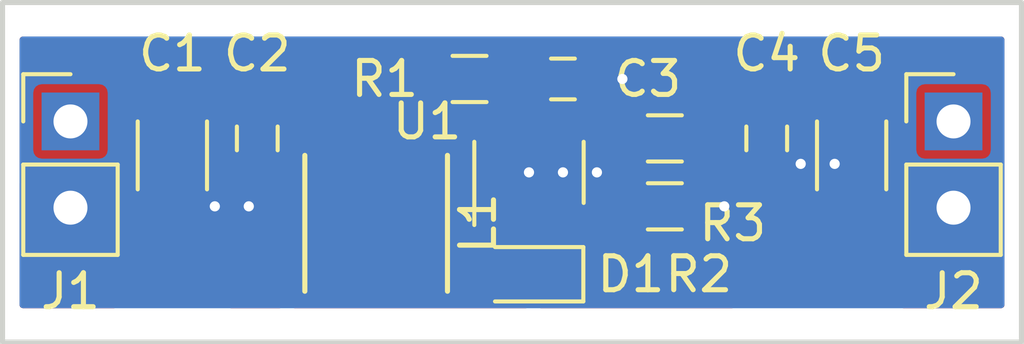
<source format=kicad_pcb>
(kicad_pcb (version 4) (host pcbnew 4.0.6+dfsg1-1)

  (general
    (links 23)
    (no_connects 0)
    (area 131.676667 100.879047 167.323334 121.115)
    (thickness 1.6)
    (drawings 7)
    (tracks 38)
    (zones 0)
    (modules 13)
    (nets 8)
  )

  (page A4)
  (layers
    (0 F.Cu signal)
    (31 B.Cu signal hide)
    (32 B.Adhes user)
    (33 F.Adhes user)
    (34 B.Paste user)
    (35 F.Paste user)
    (36 B.SilkS user)
    (37 F.SilkS user)
    (38 B.Mask user)
    (39 F.Mask user)
    (40 Dwgs.User user)
    (41 Cmts.User user)
    (42 Eco1.User user)
    (43 Eco2.User user)
    (44 Edge.Cuts user)
    (45 Margin user)
    (46 B.CrtYd user)
    (47 F.CrtYd user)
    (48 B.Fab user hide)
    (49 F.Fab user hide)
  )

  (setup
    (last_trace_width 0.5)
    (user_trace_width 0.5)
    (trace_clearance 0.24)
    (zone_clearance 0.2)
    (zone_45_only no)
    (trace_min 0.2)
    (segment_width 0.2)
    (edge_width 0.15)
    (via_size 0.6)
    (via_drill 0.4)
    (via_min_size 0.2)
    (via_min_drill 0.2)
    (user_via 0.5 0.3)
    (uvia_size 0.3)
    (uvia_drill 0.1)
    (uvias_allowed no)
    (uvia_min_size 0.2)
    (uvia_min_drill 0.1)
    (pcb_text_width 0.3)
    (pcb_text_size 1.5 1.5)
    (mod_edge_width 0.15)
    (mod_text_size 1 1)
    (mod_text_width 0.15)
    (pad_size 1.524 1.524)
    (pad_drill 0.762)
    (pad_to_mask_clearance 0.2)
    (aux_axis_origin 0 0)
    (grid_origin 134.75 115.5)
    (visible_elements FFFCFF7F)
    (pcbplotparams
      (layerselection 0x010fc_80000001)
      (usegerberextensions true)
      (excludeedgelayer true)
      (linewidth 0.100000)
      (plotframeref false)
      (viasonmask false)
      (mode 1)
      (useauxorigin false)
      (hpglpennumber 1)
      (hpglpenspeed 20)
      (hpglpendiameter 15)
      (hpglpenoverlay 2)
      (psnegative false)
      (psa4output false)
      (plotreference true)
      (plotvalue true)
      (plotinvisibletext false)
      (padsonsilk false)
      (subtractmaskfromsilk false)
      (outputformat 1)
      (mirror false)
      (drillshape 0)
      (scaleselection 1)
      (outputdirectory out/))
  )

  (net 0 "")
  (net 1 GND)
  (net 2 "Net-(C3-Pad2)")
  (net 3 VCC)
  (net 4 "Net-(R1-Pad1)")
  (net 5 "Net-(R2-Pad1)")
  (net 6 /VIN)
  (net 7 /LX)

  (net_class Default "This is the default net class."
    (clearance 0.24)
    (trace_width 0.24)
    (via_dia 0.6)
    (via_drill 0.4)
    (uvia_dia 0.3)
    (uvia_drill 0.1)
    (add_net /LX)
    (add_net /VIN)
    (add_net GND)
    (add_net "Net-(C3-Pad2)")
    (add_net "Net-(R1-Pad1)")
    (add_net "Net-(R2-Pad1)")
    (add_net VCC)
  )

  (module Inductors:Inductor_Taiyo-Yuden_NR-40xx (layer F.Cu) (tedit 59AD5F72) (tstamp 59AD58A4)
    (at 145.75 112 270)
    (descr "Inductor, Taiyo Yuden, NR series, Taiyo-Yuden_NR-40xx, 4.0mmx4.0mm")
    (tags "inductor taiyo-yuden nr smd")
    (path /59AD525D)
    (attr smd)
    (fp_text reference L1 (at 0 -3 270) (layer F.SilkS)
      (effects (font (size 1 1) (thickness 0.15)))
    )
    (fp_text value 10u (at 5.5 2.5 270) (layer F.Fab)
      (effects (font (size 1 1) (thickness 0.15)))
    )
    (fp_line (start -2 0) (end -2 -1.25) (layer F.Fab) (width 0.15))
    (fp_line (start -2 -1.25) (end -1.25 -2) (layer F.Fab) (width 0.15))
    (fp_line (start -1.25 -2) (end 0 -2) (layer F.Fab) (width 0.15))
    (fp_line (start 2 0) (end 2 -1.25) (layer F.Fab) (width 0.15))
    (fp_line (start 2 -1.25) (end 1.25 -2) (layer F.Fab) (width 0.15))
    (fp_line (start 1.25 -2) (end 0 -2) (layer F.Fab) (width 0.15))
    (fp_line (start 2 0) (end 2 1.25) (layer F.Fab) (width 0.15))
    (fp_line (start 2 1.25) (end 1.25 2) (layer F.Fab) (width 0.15))
    (fp_line (start 1.25 2) (end 0 2) (layer F.Fab) (width 0.15))
    (fp_line (start -2 0) (end -2 1.25) (layer F.Fab) (width 0.15))
    (fp_line (start -2 1.25) (end -1.25 2) (layer F.Fab) (width 0.15))
    (fp_line (start -1.25 2) (end 0 2) (layer F.Fab) (width 0.15))
    (fp_line (start -2 -2.1) (end 2 -2.1) (layer F.SilkS) (width 0.15))
    (fp_line (start -2 2.1) (end 2 2.1) (layer F.SilkS) (width 0.15))
    (fp_line (start -2.25 -2.25) (end -2.25 2.25) (layer F.CrtYd) (width 0.05))
    (fp_line (start -2.25 2.25) (end 2.25 2.25) (layer F.CrtYd) (width 0.05))
    (fp_line (start 2.25 2.25) (end 2.25 -2.25) (layer F.CrtYd) (width 0.05))
    (fp_line (start 2.25 -2.25) (end -2.25 -2.25) (layer F.CrtYd) (width 0.05))
    (pad 1 smd rect (at -1.4 0 270) (size 1.2 3.9) (layers F.Cu F.Paste F.Mask)
      (net 6 /VIN))
    (pad 2 smd rect (at 1.4 0 270) (size 1.2 3.9) (layers F.Cu F.Paste F.Mask)
      (net 7 /LX))
    (model Inductors.3dshapes/Inductor_Taiyo-Yuden_NR-40xx.wrl
      (at (xyz 0 0 0))
      (scale (xyz 1 1 1))
      (rotate (xyz 0 0 0))
    )
  )

  (module Capacitors_SMD:C_1206 (layer F.Cu) (tedit 59AD5F7C) (tstamp 59AD5874)
    (at 139.75 110 270)
    (descr "Capacitor SMD 1206, reflow soldering, AVX (see smccp.pdf)")
    (tags "capacitor 1206")
    (path /59AD4E76)
    (attr smd)
    (fp_text reference C1 (at -3 0 360) (layer F.SilkS)
      (effects (font (size 1 1) (thickness 0.15)))
    )
    (fp_text value 22u (at -7 0 450) (layer F.Fab)
      (effects (font (size 1 1) (thickness 0.15)))
    )
    (fp_text user %R (at -3 0 360) (layer F.Fab)
      (effects (font (size 1 1) (thickness 0.15)))
    )
    (fp_line (start -1.6 0.8) (end -1.6 -0.8) (layer F.Fab) (width 0.1))
    (fp_line (start 1.6 0.8) (end -1.6 0.8) (layer F.Fab) (width 0.1))
    (fp_line (start 1.6 -0.8) (end 1.6 0.8) (layer F.Fab) (width 0.1))
    (fp_line (start -1.6 -0.8) (end 1.6 -0.8) (layer F.Fab) (width 0.1))
    (fp_line (start 1 -1.02) (end -1 -1.02) (layer F.SilkS) (width 0.12))
    (fp_line (start -1 1.02) (end 1 1.02) (layer F.SilkS) (width 0.12))
    (fp_line (start -2.25 -1.05) (end 2.25 -1.05) (layer F.CrtYd) (width 0.05))
    (fp_line (start -2.25 -1.05) (end -2.25 1.05) (layer F.CrtYd) (width 0.05))
    (fp_line (start 2.25 1.05) (end 2.25 -1.05) (layer F.CrtYd) (width 0.05))
    (fp_line (start 2.25 1.05) (end -2.25 1.05) (layer F.CrtYd) (width 0.05))
    (pad 1 smd rect (at -1.5 0 270) (size 1 1.6) (layers F.Cu F.Paste F.Mask)
      (net 6 /VIN))
    (pad 2 smd rect (at 1.5 0 270) (size 1 1.6) (layers F.Cu F.Paste F.Mask)
      (net 1 GND))
    (model Capacitors_SMD.3dshapes/C_1206.wrl
      (at (xyz 0 0 0))
      (scale (xyz 1 1 1))
      (rotate (xyz 0 0 0))
    )
  )

  (module Capacitors_SMD:C_0603 (layer F.Cu) (tedit 59AD5F7E) (tstamp 59AD587A)
    (at 142.25 109.5 270)
    (descr "Capacitor SMD 0603, reflow soldering, AVX (see smccp.pdf)")
    (tags "capacitor 0603")
    (path /59AD4E12)
    (attr smd)
    (fp_text reference C2 (at -2.5 0 540) (layer F.SilkS)
      (effects (font (size 1 1) (thickness 0.15)))
    )
    (fp_text value 100n (at -6.5 0 270) (layer F.Fab)
      (effects (font (size 1 1) (thickness 0.15)))
    )
    (fp_text user %R (at -2.5 0 360) (layer F.Fab)
      (effects (font (size 1 1) (thickness 0.15)))
    )
    (fp_line (start -0.8 0.4) (end -0.8 -0.4) (layer F.Fab) (width 0.1))
    (fp_line (start 0.8 0.4) (end -0.8 0.4) (layer F.Fab) (width 0.1))
    (fp_line (start 0.8 -0.4) (end 0.8 0.4) (layer F.Fab) (width 0.1))
    (fp_line (start -0.8 -0.4) (end 0.8 -0.4) (layer F.Fab) (width 0.1))
    (fp_line (start -0.35 -0.6) (end 0.35 -0.6) (layer F.SilkS) (width 0.12))
    (fp_line (start 0.35 0.6) (end -0.35 0.6) (layer F.SilkS) (width 0.12))
    (fp_line (start -1.4 -0.65) (end 1.4 -0.65) (layer F.CrtYd) (width 0.05))
    (fp_line (start -1.4 -0.65) (end -1.4 0.65) (layer F.CrtYd) (width 0.05))
    (fp_line (start 1.4 0.65) (end 1.4 -0.65) (layer F.CrtYd) (width 0.05))
    (fp_line (start 1.4 0.65) (end -1.4 0.65) (layer F.CrtYd) (width 0.05))
    (pad 1 smd rect (at -0.75 0 270) (size 0.8 0.75) (layers F.Cu F.Paste F.Mask)
      (net 6 /VIN))
    (pad 2 smd rect (at 0.75 0 270) (size 0.8 0.75) (layers F.Cu F.Paste F.Mask)
      (net 1 GND))
    (model Capacitors_SMD.3dshapes/C_0603.wrl
      (at (xyz 0 0 0))
      (scale (xyz 1 1 1))
      (rotate (xyz 0 0 0))
    )
  )

  (module Capacitors_SMD:C_0603 (layer F.Cu) (tedit 59AD705E) (tstamp 59AD5880)
    (at 151.25 107.75 180)
    (descr "Capacitor SMD 0603, reflow soldering, AVX (see smccp.pdf)")
    (tags "capacitor 0603")
    (path /59AD4DD7)
    (attr smd)
    (fp_text reference C3 (at -2.5 0 180) (layer F.SilkS)
      (effects (font (size 1 1) (thickness 0.15)))
    )
    (fp_text value 33n (at -0.5 -2.5 180) (layer F.Fab)
      (effects (font (size 1 1) (thickness 0.15)))
    )
    (fp_text user %R (at -2.75 0.75 180) (layer F.Fab)
      (effects (font (size 1 1) (thickness 0.15)))
    )
    (fp_line (start -0.8 0.4) (end -0.8 -0.4) (layer F.Fab) (width 0.1))
    (fp_line (start 0.8 0.4) (end -0.8 0.4) (layer F.Fab) (width 0.1))
    (fp_line (start 0.8 -0.4) (end 0.8 0.4) (layer F.Fab) (width 0.1))
    (fp_line (start -0.8 -0.4) (end 0.8 -0.4) (layer F.Fab) (width 0.1))
    (fp_line (start -0.35 -0.6) (end 0.35 -0.6) (layer F.SilkS) (width 0.12))
    (fp_line (start 0.35 0.6) (end -0.35 0.6) (layer F.SilkS) (width 0.12))
    (fp_line (start -1.4 -0.65) (end 1.4 -0.65) (layer F.CrtYd) (width 0.05))
    (fp_line (start -1.4 -0.65) (end -1.4 0.65) (layer F.CrtYd) (width 0.05))
    (fp_line (start 1.4 0.65) (end 1.4 -0.65) (layer F.CrtYd) (width 0.05))
    (fp_line (start 1.4 0.65) (end -1.4 0.65) (layer F.CrtYd) (width 0.05))
    (pad 1 smd rect (at -0.75 0 180) (size 0.8 0.75) (layers F.Cu F.Paste F.Mask)
      (net 1 GND))
    (pad 2 smd rect (at 0.75 0 180) (size 0.8 0.75) (layers F.Cu F.Paste F.Mask)
      (net 2 "Net-(C3-Pad2)"))
    (model Capacitors_SMD.3dshapes/C_0603.wrl
      (at (xyz 0 0 0))
      (scale (xyz 1 1 1))
      (rotate (xyz 0 0 0))
    )
  )

  (module Capacitors_SMD:C_0603 (layer F.Cu) (tedit 59AD5F9E) (tstamp 59AD5886)
    (at 157.25 109.5 270)
    (descr "Capacitor SMD 0603, reflow soldering, AVX (see smccp.pdf)")
    (tags "capacitor 0603")
    (path /59AD4CA1)
    (attr smd)
    (fp_text reference C4 (at -2.5 0 360) (layer F.SilkS)
      (effects (font (size 1 1) (thickness 0.15)))
    )
    (fp_text value 100n (at -6 -2 270) (layer F.Fab)
      (effects (font (size 1 1) (thickness 0.15)))
    )
    (fp_text user %R (at -2.5 0 360) (layer F.Fab)
      (effects (font (size 1 1) (thickness 0.15)))
    )
    (fp_line (start -0.8 0.4) (end -0.8 -0.4) (layer F.Fab) (width 0.1))
    (fp_line (start 0.8 0.4) (end -0.8 0.4) (layer F.Fab) (width 0.1))
    (fp_line (start 0.8 -0.4) (end 0.8 0.4) (layer F.Fab) (width 0.1))
    (fp_line (start -0.8 -0.4) (end 0.8 -0.4) (layer F.Fab) (width 0.1))
    (fp_line (start -0.35 -0.6) (end 0.35 -0.6) (layer F.SilkS) (width 0.12))
    (fp_line (start 0.35 0.6) (end -0.35 0.6) (layer F.SilkS) (width 0.12))
    (fp_line (start -1.4 -0.65) (end 1.4 -0.65) (layer F.CrtYd) (width 0.05))
    (fp_line (start -1.4 -0.65) (end -1.4 0.65) (layer F.CrtYd) (width 0.05))
    (fp_line (start 1.4 0.65) (end 1.4 -0.65) (layer F.CrtYd) (width 0.05))
    (fp_line (start 1.4 0.65) (end -1.4 0.65) (layer F.CrtYd) (width 0.05))
    (pad 1 smd rect (at -0.75 0 270) (size 0.8 0.75) (layers F.Cu F.Paste F.Mask)
      (net 3 VCC))
    (pad 2 smd rect (at 0.75 0 270) (size 0.8 0.75) (layers F.Cu F.Paste F.Mask)
      (net 1 GND))
    (model Capacitors_SMD.3dshapes/C_0603.wrl
      (at (xyz 0 0 0))
      (scale (xyz 1 1 1))
      (rotate (xyz 0 0 0))
    )
  )

  (module Capacitors_SMD:C_1206 (layer F.Cu) (tedit 59AD5F96) (tstamp 59AD588C)
    (at 159.75 110 270)
    (descr "Capacitor SMD 1206, reflow soldering, AVX (see smccp.pdf)")
    (tags "capacitor 1206")
    (path /59AD4D96)
    (attr smd)
    (fp_text reference C5 (at -3 0 360) (layer F.SilkS)
      (effects (font (size 1 1) (thickness 0.15)))
    )
    (fp_text value 22u (at -5.5 -1 270) (layer F.Fab)
      (effects (font (size 1 1) (thickness 0.15)))
    )
    (fp_text user %R (at -3 0 360) (layer F.Fab)
      (effects (font (size 1 1) (thickness 0.15)))
    )
    (fp_line (start -1.6 0.8) (end -1.6 -0.8) (layer F.Fab) (width 0.1))
    (fp_line (start 1.6 0.8) (end -1.6 0.8) (layer F.Fab) (width 0.1))
    (fp_line (start 1.6 -0.8) (end 1.6 0.8) (layer F.Fab) (width 0.1))
    (fp_line (start -1.6 -0.8) (end 1.6 -0.8) (layer F.Fab) (width 0.1))
    (fp_line (start 1 -1.02) (end -1 -1.02) (layer F.SilkS) (width 0.12))
    (fp_line (start -1 1.02) (end 1 1.02) (layer F.SilkS) (width 0.12))
    (fp_line (start -2.25 -1.05) (end 2.25 -1.05) (layer F.CrtYd) (width 0.05))
    (fp_line (start -2.25 -1.05) (end -2.25 1.05) (layer F.CrtYd) (width 0.05))
    (fp_line (start 2.25 1.05) (end 2.25 -1.05) (layer F.CrtYd) (width 0.05))
    (fp_line (start 2.25 1.05) (end -2.25 1.05) (layer F.CrtYd) (width 0.05))
    (pad 1 smd rect (at -1.5 0 270) (size 1 1.6) (layers F.Cu F.Paste F.Mask)
      (net 3 VCC))
    (pad 2 smd rect (at 1.5 0 270) (size 1 1.6) (layers F.Cu F.Paste F.Mask)
      (net 1 GND))
    (model Capacitors_SMD.3dshapes/C_1206.wrl
      (at (xyz 0 0 0))
      (scale (xyz 1 1 1))
      (rotate (xyz 0 0 0))
    )
  )

  (module Diodes_SMD:D_0805 (layer F.Cu) (tedit 59AD5F86) (tstamp 59AD5892)
    (at 150.25 113.5 180)
    (descr "Diode SMD in 0805 package")
    (tags "smd diode")
    (path /59AD59E5)
    (attr smd)
    (fp_text reference D1 (at -3 0 180) (layer F.SilkS)
      (effects (font (size 1 1) (thickness 0.15)))
    )
    (fp_text value D_Schottky_ALT (at 0 -3.5 180) (layer F.Fab)
      (effects (font (size 1 1) (thickness 0.15)))
    )
    (fp_line (start -1.6 -0.8) (end -1.6 0.8) (layer F.SilkS) (width 0.12))
    (fp_line (start -1.7 0.88) (end -1.7 -0.88) (layer F.CrtYd) (width 0.05))
    (fp_line (start 1.7 0.88) (end -1.7 0.88) (layer F.CrtYd) (width 0.05))
    (fp_line (start 1.7 -0.88) (end 1.7 0.88) (layer F.CrtYd) (width 0.05))
    (fp_line (start -1.7 -0.88) (end 1.7 -0.88) (layer F.CrtYd) (width 0.05))
    (fp_line (start 0.2 0) (end 0.4 0) (layer F.Fab) (width 0.1))
    (fp_line (start -0.1 0) (end -0.3 0) (layer F.Fab) (width 0.1))
    (fp_line (start -0.1 -0.2) (end -0.1 0.2) (layer F.Fab) (width 0.1))
    (fp_line (start 0.2 0.2) (end 0.2 -0.2) (layer F.Fab) (width 0.1))
    (fp_line (start -0.1 0) (end 0.2 0.2) (layer F.Fab) (width 0.1))
    (fp_line (start 0.2 -0.2) (end -0.1 0) (layer F.Fab) (width 0.1))
    (fp_line (start -1 0.625) (end -1 -0.625) (layer F.Fab) (width 0.1))
    (fp_line (start 1 0.625) (end -1 0.625) (layer F.Fab) (width 0.1))
    (fp_line (start 1 -0.625) (end 1 0.625) (layer F.Fab) (width 0.1))
    (fp_line (start -1 -0.625) (end 1 -0.625) (layer F.Fab) (width 0.1))
    (fp_line (start -1.6 0.8) (end 1 0.8) (layer F.SilkS) (width 0.12))
    (fp_line (start -1.6 -0.8) (end 1 -0.8) (layer F.SilkS) (width 0.12))
    (pad 1 smd rect (at -1.05 0 180) (size 0.8 0.9) (layers F.Cu F.Paste F.Mask)
      (net 3 VCC))
    (pad 2 smd rect (at 1.05 0 180) (size 0.8 0.9) (layers F.Cu F.Paste F.Mask)
      (net 7 /LX))
  )

  (module Pin_Headers:Pin_Header_Straight_1x02_Pitch2.54mm (layer F.Cu) (tedit 59AD5F70) (tstamp 59AD5898)
    (at 136.75 109)
    (descr "Through hole straight pin header, 1x02, 2.54mm pitch, single row")
    (tags "Through hole pin header THT 1x02 2.54mm single row")
    (path /59AD5108)
    (fp_text reference J1 (at 0 5) (layer F.SilkS)
      (effects (font (size 1 1) (thickness 0.15)))
    )
    (fp_text value CONN_01X02 (at 0 8.5) (layer F.Fab)
      (effects (font (size 1 1) (thickness 0.15)))
    )
    (fp_line (start -1.27 -1.27) (end -1.27 3.81) (layer F.Fab) (width 0.1))
    (fp_line (start -1.27 3.81) (end 1.27 3.81) (layer F.Fab) (width 0.1))
    (fp_line (start 1.27 3.81) (end 1.27 -1.27) (layer F.Fab) (width 0.1))
    (fp_line (start 1.27 -1.27) (end -1.27 -1.27) (layer F.Fab) (width 0.1))
    (fp_line (start -1.39 1.27) (end -1.39 3.93) (layer F.SilkS) (width 0.12))
    (fp_line (start -1.39 3.93) (end 1.39 3.93) (layer F.SilkS) (width 0.12))
    (fp_line (start 1.39 3.93) (end 1.39 1.27) (layer F.SilkS) (width 0.12))
    (fp_line (start 1.39 1.27) (end -1.39 1.27) (layer F.SilkS) (width 0.12))
    (fp_line (start -1.39 0) (end -1.39 -1.39) (layer F.SilkS) (width 0.12))
    (fp_line (start -1.39 -1.39) (end 0 -1.39) (layer F.SilkS) (width 0.12))
    (fp_line (start -1.6 -1.6) (end -1.6 4.1) (layer F.CrtYd) (width 0.05))
    (fp_line (start -1.6 4.1) (end 1.6 4.1) (layer F.CrtYd) (width 0.05))
    (fp_line (start 1.6 4.1) (end 1.6 -1.6) (layer F.CrtYd) (width 0.05))
    (fp_line (start 1.6 -1.6) (end -1.6 -1.6) (layer F.CrtYd) (width 0.05))
    (pad 1 thru_hole rect (at 0 0) (size 1.7 1.7) (drill 1) (layers *.Cu *.Mask)
      (net 6 /VIN))
    (pad 2 thru_hole oval (at 0 2.54) (size 1.7 1.7) (drill 1) (layers *.Cu *.Mask)
      (net 1 GND))
    (model Pin_Headers.3dshapes/Pin_Header_Straight_1x02_Pitch2.54mm.wrl
      (at (xyz 0 -0.05 0))
      (scale (xyz 1 1 1))
      (rotate (xyz 0 0 90))
    )
  )

  (module Pin_Headers:Pin_Header_Straight_1x02_Pitch2.54mm (layer F.Cu) (tedit 59AD5E91) (tstamp 59AD589E)
    (at 162.75 109)
    (descr "Through hole straight pin header, 1x02, 2.54mm pitch, single row")
    (tags "Through hole pin header THT 1x02 2.54mm single row")
    (path /59AD5099)
    (fp_text reference J2 (at 0 5) (layer F.SilkS)
      (effects (font (size 1 1) (thickness 0.15)))
    )
    (fp_text value CONN_01X02 (at -0.5 7.5) (layer F.Fab)
      (effects (font (size 1 1) (thickness 0.15)))
    )
    (fp_line (start -1.27 -1.27) (end -1.27 3.81) (layer F.Fab) (width 0.1))
    (fp_line (start -1.27 3.81) (end 1.27 3.81) (layer F.Fab) (width 0.1))
    (fp_line (start 1.27 3.81) (end 1.27 -1.27) (layer F.Fab) (width 0.1))
    (fp_line (start 1.27 -1.27) (end -1.27 -1.27) (layer F.Fab) (width 0.1))
    (fp_line (start -1.39 1.27) (end -1.39 3.93) (layer F.SilkS) (width 0.12))
    (fp_line (start -1.39 3.93) (end 1.39 3.93) (layer F.SilkS) (width 0.12))
    (fp_line (start 1.39 3.93) (end 1.39 1.27) (layer F.SilkS) (width 0.12))
    (fp_line (start 1.39 1.27) (end -1.39 1.27) (layer F.SilkS) (width 0.12))
    (fp_line (start -1.39 0) (end -1.39 -1.39) (layer F.SilkS) (width 0.12))
    (fp_line (start -1.39 -1.39) (end 0 -1.39) (layer F.SilkS) (width 0.12))
    (fp_line (start -1.6 -1.6) (end -1.6 4.1) (layer F.CrtYd) (width 0.05))
    (fp_line (start -1.6 4.1) (end 1.6 4.1) (layer F.CrtYd) (width 0.05))
    (fp_line (start 1.6 4.1) (end 1.6 -1.6) (layer F.CrtYd) (width 0.05))
    (fp_line (start 1.6 -1.6) (end -1.6 -1.6) (layer F.CrtYd) (width 0.05))
    (pad 1 thru_hole rect (at 0 0) (size 1.7 1.7) (drill 1) (layers *.Cu *.Mask)
      (net 3 VCC))
    (pad 2 thru_hole oval (at 0 2.54) (size 1.7 1.7) (drill 1) (layers *.Cu *.Mask)
      (net 1 GND))
    (model Pin_Headers.3dshapes/Pin_Header_Straight_1x02_Pitch2.54mm.wrl
      (at (xyz 0 -0.05 0))
      (scale (xyz 1 1 1))
      (rotate (xyz 0 0 90))
    )
  )

  (module Resistors_SMD:R_0603 (layer F.Cu) (tedit 59AD5FB2) (tstamp 59AD58AA)
    (at 148.5 107.75 180)
    (descr "Resistor SMD 0603, reflow soldering, Vishay (see dcrcw.pdf)")
    (tags "resistor 0603")
    (path /59AD6517)
    (attr smd)
    (fp_text reference R1 (at 2.5 0 180) (layer F.SilkS)
      (effects (font (size 1 1) (thickness 0.15)))
    )
    (fp_text value 10k (at -1 -4 180) (layer F.Fab)
      (effects (font (size 1 1) (thickness 0.15)))
    )
    (fp_text user %R (at 2.5 0 180) (layer F.Fab)
      (effects (font (size 1 1) (thickness 0.15)))
    )
    (fp_line (start -0.8 0.4) (end -0.8 -0.4) (layer F.Fab) (width 0.1))
    (fp_line (start 0.8 0.4) (end -0.8 0.4) (layer F.Fab) (width 0.1))
    (fp_line (start 0.8 -0.4) (end 0.8 0.4) (layer F.Fab) (width 0.1))
    (fp_line (start -0.8 -0.4) (end 0.8 -0.4) (layer F.Fab) (width 0.1))
    (fp_line (start 0.5 0.68) (end -0.5 0.68) (layer F.SilkS) (width 0.12))
    (fp_line (start -0.5 -0.68) (end 0.5 -0.68) (layer F.SilkS) (width 0.12))
    (fp_line (start -1.25 -0.7) (end 1.25 -0.7) (layer F.CrtYd) (width 0.05))
    (fp_line (start -1.25 -0.7) (end -1.25 0.7) (layer F.CrtYd) (width 0.05))
    (fp_line (start 1.25 0.7) (end 1.25 -0.7) (layer F.CrtYd) (width 0.05))
    (fp_line (start 1.25 0.7) (end -1.25 0.7) (layer F.CrtYd) (width 0.05))
    (pad 1 smd rect (at -0.75 0 180) (size 0.5 0.9) (layers F.Cu F.Paste F.Mask)
      (net 4 "Net-(R1-Pad1)"))
    (pad 2 smd rect (at 0.75 0 180) (size 0.5 0.9) (layers F.Cu F.Paste F.Mask)
      (net 6 /VIN))
    (model Resistors_SMD.3dshapes/R_0603.wrl
      (at (xyz 0 0 0))
      (scale (xyz 1 1 1))
      (rotate (xyz 0 0 0))
    )
  )

  (module Resistors_SMD:R_0603 (layer F.Cu) (tedit 59AD7078) (tstamp 59AD58B0)
    (at 154.25 111.5)
    (descr "Resistor SMD 0603, reflow soldering, Vishay (see dcrcw.pdf)")
    (tags "resistor 0603")
    (path /59AD4BD9)
    (attr smd)
    (fp_text reference R2 (at 1 2) (layer F.SilkS)
      (effects (font (size 1 1) (thickness 0.15)))
    )
    (fp_text value 12k (at 3 7.5) (layer F.Fab)
      (effects (font (size 1 1) (thickness 0.15)))
    )
    (fp_text user %R (at 0 1.5) (layer F.Fab)
      (effects (font (size 1 1) (thickness 0.15)))
    )
    (fp_line (start -0.8 0.4) (end -0.8 -0.4) (layer F.Fab) (width 0.1))
    (fp_line (start 0.8 0.4) (end -0.8 0.4) (layer F.Fab) (width 0.1))
    (fp_line (start 0.8 -0.4) (end 0.8 0.4) (layer F.Fab) (width 0.1))
    (fp_line (start -0.8 -0.4) (end 0.8 -0.4) (layer F.Fab) (width 0.1))
    (fp_line (start 0.5 0.68) (end -0.5 0.68) (layer F.SilkS) (width 0.12))
    (fp_line (start -0.5 -0.68) (end 0.5 -0.68) (layer F.SilkS) (width 0.12))
    (fp_line (start -1.25 -0.7) (end 1.25 -0.7) (layer F.CrtYd) (width 0.05))
    (fp_line (start -1.25 -0.7) (end -1.25 0.7) (layer F.CrtYd) (width 0.05))
    (fp_line (start 1.25 0.7) (end 1.25 -0.7) (layer F.CrtYd) (width 0.05))
    (fp_line (start 1.25 0.7) (end -1.25 0.7) (layer F.CrtYd) (width 0.05))
    (pad 1 smd rect (at -0.75 0) (size 0.5 0.9) (layers F.Cu F.Paste F.Mask)
      (net 5 "Net-(R2-Pad1)"))
    (pad 2 smd rect (at 0.75 0) (size 0.5 0.9) (layers F.Cu F.Paste F.Mask)
      (net 1 GND))
    (model Resistors_SMD.3dshapes/R_0603.wrl
      (at (xyz 0 0 0))
      (scale (xyz 1 1 1))
      (rotate (xyz 0 0 0))
    )
  )

  (module Resistors_SMD:R_0603 (layer F.Cu) (tedit 59AD7065) (tstamp 59AD58B6)
    (at 154.25 109.5 180)
    (descr "Resistor SMD 0603, reflow soldering, Vishay (see dcrcw.pdf)")
    (tags "resistor 0603")
    (path /59AD4C44)
    (attr smd)
    (fp_text reference R3 (at -2 -2.5 180) (layer F.SilkS)
      (effects (font (size 1 1) (thickness 0.15)))
    )
    (fp_text value 36k (at 0 5 180) (layer F.Fab)
      (effects (font (size 1 1) (thickness 0.15)))
    )
    (fp_text user %R (at -1.25 1.25 180) (layer F.Fab)
      (effects (font (size 1 1) (thickness 0.15)))
    )
    (fp_line (start -0.8 0.4) (end -0.8 -0.4) (layer F.Fab) (width 0.1))
    (fp_line (start 0.8 0.4) (end -0.8 0.4) (layer F.Fab) (width 0.1))
    (fp_line (start 0.8 -0.4) (end 0.8 0.4) (layer F.Fab) (width 0.1))
    (fp_line (start -0.8 -0.4) (end 0.8 -0.4) (layer F.Fab) (width 0.1))
    (fp_line (start 0.5 0.68) (end -0.5 0.68) (layer F.SilkS) (width 0.12))
    (fp_line (start -0.5 -0.68) (end 0.5 -0.68) (layer F.SilkS) (width 0.12))
    (fp_line (start -1.25 -0.7) (end 1.25 -0.7) (layer F.CrtYd) (width 0.05))
    (fp_line (start -1.25 -0.7) (end -1.25 0.7) (layer F.CrtYd) (width 0.05))
    (fp_line (start 1.25 0.7) (end 1.25 -0.7) (layer F.CrtYd) (width 0.05))
    (fp_line (start 1.25 0.7) (end -1.25 0.7) (layer F.CrtYd) (width 0.05))
    (pad 1 smd rect (at -0.75 0 180) (size 0.5 0.9) (layers F.Cu F.Paste F.Mask)
      (net 3 VCC))
    (pad 2 smd rect (at 0.75 0 180) (size 0.5 0.9) (layers F.Cu F.Paste F.Mask)
      (net 5 "Net-(R2-Pad1)"))
    (model Resistors_SMD.3dshapes/R_0603.wrl
      (at (xyz 0 0 0))
      (scale (xyz 1 1 1))
      (rotate (xyz 0 0 0))
    )
  )

  (module TO_SOT_Packages_SMD:SOT-23-6 (layer F.Cu) (tedit 59AD6074) (tstamp 59AD58C0)
    (at 150.25 110.5 90)
    (descr "6-pin SOT-23 package")
    (tags SOT-23-6)
    (path /59AD4A3B)
    (attr smd)
    (fp_text reference U1 (at 1.5 -3 180) (layer F.SilkS)
      (effects (font (size 1 1) (thickness 0.15)))
    )
    (fp_text value MAX1896 (at -9.5 1.5 180) (layer F.Fab)
      (effects (font (size 1 1) (thickness 0.15)))
    )
    (fp_line (start -0.9 1.61) (end 0.9 1.61) (layer F.SilkS) (width 0.12))
    (fp_line (start 0.9 -1.61) (end -1.55 -1.61) (layer F.SilkS) (width 0.12))
    (fp_line (start 1.9 -1.8) (end -1.9 -1.8) (layer F.CrtYd) (width 0.05))
    (fp_line (start 1.9 1.8) (end 1.9 -1.8) (layer F.CrtYd) (width 0.05))
    (fp_line (start -1.9 1.8) (end 1.9 1.8) (layer F.CrtYd) (width 0.05))
    (fp_line (start -1.9 -1.8) (end -1.9 1.8) (layer F.CrtYd) (width 0.05))
    (fp_line (start -0.9 -0.9) (end -0.25 -1.55) (layer F.Fab) (width 0.1))
    (fp_line (start 0.9 -1.55) (end -0.25 -1.55) (layer F.Fab) (width 0.1))
    (fp_line (start -0.9 -0.9) (end -0.9 1.55) (layer F.Fab) (width 0.1))
    (fp_line (start 0.9 1.55) (end -0.9 1.55) (layer F.Fab) (width 0.1))
    (fp_line (start 0.9 -1.55) (end 0.9 1.55) (layer F.Fab) (width 0.1))
    (pad 1 smd rect (at -1.1 -0.95 90) (size 1.06 0.65) (layers F.Cu F.Paste F.Mask)
      (net 7 /LX))
    (pad 2 smd rect (at -1.1 0 90) (size 1.06 0.65) (layers F.Cu F.Paste F.Mask)
      (net 1 GND))
    (pad 3 smd rect (at -1.1 0.95 90) (size 1.06 0.65) (layers F.Cu F.Paste F.Mask)
      (net 5 "Net-(R2-Pad1)"))
    (pad 4 smd rect (at 1.1 0.95 90) (size 1.06 0.65) (layers F.Cu F.Paste F.Mask)
      (net 4 "Net-(R1-Pad1)"))
    (pad 6 smd rect (at 1.1 -0.95 90) (size 1.06 0.65) (layers F.Cu F.Paste F.Mask)
      (net 6 /VIN))
    (pad 5 smd rect (at 1.1 0 90) (size 1.06 0.65) (layers F.Cu F.Paste F.Mask)
      (net 2 "Net-(C3-Pad2)"))
    (model TO_SOT_Packages_SMD.3dshapes/SOT-23-6.wrl
      (at (xyz 0 0 0))
      (scale (xyz 1 1 1))
      (rotate (xyz 0 0 0))
    )
  )

  (gr_line (start 164.75 115.5) (end 164.75 105.5) (angle 90) (layer Edge.Cuts) (width 0.15))
  (gr_line (start 134.75 115.5) (end 164.75 115.5) (angle 90) (layer Edge.Cuts) (width 0.15))
  (gr_line (start 134.75 105.5) (end 134.75 115.5) (angle 90) (layer Edge.Cuts) (width 0.15))
  (gr_text VOUT (at 158.75 113.5) (layer F.Cu)
    (effects (font (size 1.2 1.2) (thickness 0.3)))
  )
  (gr_text VIN (at 139.75 113.5) (layer F.Cu)
    (effects (font (size 1.2 1.2) (thickness 0.3)))
  )
  (gr_line (start 164.75 105.5) (end 134.75 105.5) (angle 90) (layer Edge.Cuts) (width 0.15))
  (gr_line (start 134.75 115.5) (end 164.75 115.5) (angle 90) (layer Edge.Cuts) (width 0.15))

  (via (at 141 111.5) (size 0.5) (drill 0.3) (layers F.Cu B.Cu) (net 1))
  (segment (start 142.25 110.25) (end 142.25 111) (width 0.5) (layer F.Cu) (net 1))
  (via (at 142 111.5) (size 0.5) (drill 0.3) (layers F.Cu B.Cu) (net 1))
  (segment (start 142 111.5) (end 141 111.5) (width 0.5) (layer F.Cu) (net 1))
  (segment (start 141 111.5) (end 139.75 111.5) (width 0.5) (layer F.Cu) (net 1) (tstamp 59AD6FF7))
  (segment (start 142.25 111.25) (end 142 111.5) (width 0.5) (layer F.Cu) (net 1) (tstamp 59AD6CA2))
  (segment (start 142.25 111) (end 142.25 111.25) (width 0.5) (layer F.Cu) (net 1))
  (via (at 159.25 110.25) (size 0.5) (drill 0.3) (layers F.Cu B.Cu) (net 1))
  (segment (start 152.25 110.5) (end 151.25 110.5) (width 0.5) (layer F.Cu) (net 1))
  (segment (start 151.25 110.5) (end 150.25 110.5) (width 0.5) (layer F.Cu) (net 1))
  (via (at 150.25 110.5) (size 0.5) (drill 0.3) (layers F.Cu B.Cu) (net 1))
  (segment (start 150.25 110.5) (end 150.25 111.6) (width 0.5) (layer F.Cu) (net 1))
  (via (at 151.25 110.5) (size 0.5) (drill 0.3) (layers F.Cu B.Cu) (net 1))
  (via (at 152.25 110.5) (size 0.5) (drill 0.3) (layers F.Cu B.Cu) (net 1))
  (segment (start 159.75 111.5) (end 159.75 110.75) (width 0.5) (layer F.Cu) (net 1))
  (via (at 158.25 110.25) (size 0.5) (drill 0.3) (layers F.Cu B.Cu) (net 1))
  (segment (start 158.25 110.25) (end 157.25 110.25) (width 0.5) (layer F.Cu) (net 1))
  (segment (start 159.25 110.25) (end 158.25 110.25) (width 0.5) (layer F.Cu) (net 1) (tstamp 59AD6E57))
  (segment (start 159.75 110.75) (end 159.25 110.25) (width 0.5) (layer F.Cu) (net 1) (tstamp 59AD6E53))
  (segment (start 155 111.5) (end 156 111.5) (width 0.5) (layer F.Cu) (net 1))
  (via (at 156 111.5) (size 0.5) (drill 0.3) (layers F.Cu B.Cu) (net 1))
  (segment (start 152 107.75) (end 153 107.75) (width 0.5) (layer F.Cu) (net 1))
  (via (at 153 107.75) (size 0.5) (drill 0.3) (layers F.Cu B.Cu) (net 1))
  (segment (start 150.25 109.4) (end 150.25 108) (width 0.5) (layer F.Cu) (net 2))
  (segment (start 150.25 108) (end 150.5 107.75) (width 0.5) (layer F.Cu) (net 2) (tstamp 59AD6DBD))
  (segment (start 151.2 109.4) (end 152.1 109.4) (width 0.5) (layer F.Cu) (net 4))
  (segment (start 149.25 107) (end 149.25 107.75) (width 0.5) (layer F.Cu) (net 4) (tstamp 59AD6DB6))
  (segment (start 149.5 106.75) (end 149.25 107) (width 0.5) (layer F.Cu) (net 4) (tstamp 59AD6DB3))
  (segment (start 153.5 106.75) (end 149.5 106.75) (width 0.5) (layer F.Cu) (net 4) (tstamp 59AD6DB1))
  (segment (start 153.75 107) (end 153.5 106.75) (width 0.5) (layer F.Cu) (net 4) (tstamp 59AD6DA8))
  (segment (start 153.75 108.25) (end 153.75 107) (width 0.5) (layer F.Cu) (net 4) (tstamp 59AD6DA7))
  (segment (start 153.5 108.5) (end 153.75 108.25) (width 0.5) (layer F.Cu) (net 4) (tstamp 59AD6DA5))
  (segment (start 153 108.5) (end 153.5 108.5) (width 0.5) (layer F.Cu) (net 4) (tstamp 59AD6DA3))
  (segment (start 152.1 109.4) (end 153 108.5) (width 0.5) (layer F.Cu) (net 4) (tstamp 59AD6DA1))
  (segment (start 153.5 109.5) (end 153.5 111.5) (width 0.5) (layer F.Cu) (net 5))
  (segment (start 153.5 111.5) (end 153.4 111.6) (width 0.5) (layer F.Cu) (net 5) (tstamp 59AD6E18))
  (segment (start 153.4 111.6) (end 151.2 111.6) (width 0.5) (layer F.Cu) (net 5) (tstamp 59AD6E19))
  (segment (start 145.75 110.6) (end 145.75 109.5) (width 0.5) (layer F.Cu) (net 6))

  (zone (net 1) (net_name GND) (layer B.Cu) (tstamp 59AD6E9C) (hatch edge 0.508)
    (connect_pads yes (clearance 0.2))
    (min_thickness 0.2)
    (fill yes (arc_segments 16) (thermal_gap 0.508) (thermal_bridge_width 0.508))
    (polygon
      (pts
        (xy 135.25 106.5) (xy 135.25 114.5) (xy 164.25 114.5) (xy 164.25 106.5)
      )
    )
    (filled_polygon
      (pts
        (xy 164.15 114.4) (xy 135.35 114.4) (xy 135.35 108.15) (xy 135.55334 108.15) (xy 135.55334 109.85)
        (xy 135.577048 109.975996) (xy 135.651511 110.091716) (xy 135.76513 110.169348) (xy 135.9 110.19666) (xy 137.6 110.19666)
        (xy 137.725996 110.172952) (xy 137.841716 110.098489) (xy 137.919348 109.98487) (xy 137.94666 109.85) (xy 137.94666 108.15)
        (xy 161.55334 108.15) (xy 161.55334 109.85) (xy 161.577048 109.975996) (xy 161.651511 110.091716) (xy 161.76513 110.169348)
        (xy 161.9 110.19666) (xy 163.6 110.19666) (xy 163.725996 110.172952) (xy 163.841716 110.098489) (xy 163.919348 109.98487)
        (xy 163.94666 109.85) (xy 163.94666 108.15) (xy 163.922952 108.024004) (xy 163.848489 107.908284) (xy 163.73487 107.830652)
        (xy 163.6 107.80334) (xy 161.9 107.80334) (xy 161.774004 107.827048) (xy 161.658284 107.901511) (xy 161.580652 108.01513)
        (xy 161.55334 108.15) (xy 137.94666 108.15) (xy 137.922952 108.024004) (xy 137.848489 107.908284) (xy 137.73487 107.830652)
        (xy 137.6 107.80334) (xy 135.9 107.80334) (xy 135.774004 107.827048) (xy 135.658284 107.901511) (xy 135.580652 108.01513)
        (xy 135.55334 108.15) (xy 135.35 108.15) (xy 135.35 106.6) (xy 164.15 106.6)
      )
    )
  )
  (zone (net 7) (net_name /LX) (layer F.Cu) (tstamp 59AD6EC3) (hatch edge 0.508)
    (connect_pads yes (clearance 0.2))
    (min_thickness 0.2)
    (fill yes (arc_segments 16) (thermal_gap 0.508) (thermal_bridge_width 0.508))
    (polygon
      (pts
        (xy 143.25 112.25) (xy 143.25 114.5) (xy 150.25 114.5) (xy 150.25 110.75) (xy 143.25 110.75)
      )
    )
    (filled_polygon
      (pts
        (xy 143.45334 111.2) (xy 143.477048 111.325996) (xy 143.551511 111.441716) (xy 143.66513 111.519348) (xy 143.8 111.54666)
        (xy 147.7 111.54666) (xy 147.825996 111.522952) (xy 147.941716 111.448489) (xy 148.019348 111.33487) (xy 148.04666 111.2)
        (xy 148.04666 110.85) (xy 149.66 110.85) (xy 149.66 110.855589) (xy 149.605652 110.93513) (xy 149.57834 111.07)
        (xy 149.57834 112.13) (xy 149.602048 112.255996) (xy 149.676511 112.371716) (xy 149.79013 112.449348) (xy 149.925 112.47666)
        (xy 150.15 112.47666) (xy 150.15 114.4) (xy 143.35 114.4) (xy 143.35 110.85) (xy 143.45334 110.85)
      )
    )
  )
  (zone (net 6) (net_name /VIN) (layer F.Cu) (tstamp 59AD6EFB) (hatch edge 0.508)
    (connect_pads yes (clearance 0.2))
    (min_thickness 0.2)
    (fill yes (arc_segments 16) (thermal_gap 0.508) (thermal_bridge_width 0.508))
    (polygon
      (pts
        (xy 150.25 110.5) (xy 150.25 106.5) (xy 135.25 106.5) (xy 135.25 110.5) (xy 141.25 110.5)
      )
    )
    (filled_polygon
      (pts
        (xy 148.704911 106.774217) (xy 148.66 107) (xy 148.66 107.267112) (xy 148.65334 107.3) (xy 148.65334 108.2)
        (xy 148.677048 108.325996) (xy 148.751511 108.441716) (xy 148.86513 108.519348) (xy 149 108.54666) (xy 149.5 108.54666)
        (xy 149.625996 108.522952) (xy 149.66 108.501071) (xy 149.66 108.655589) (xy 149.605652 108.73513) (xy 149.57834 108.87)
        (xy 149.57834 109.93) (xy 149.602048 110.055996) (xy 149.676511 110.171716) (xy 149.731789 110.209486) (xy 149.660102 110.382127)
        (xy 149.660086 110.4) (xy 142.97166 110.4) (xy 142.97166 109.85) (xy 142.947952 109.724004) (xy 142.873489 109.608284)
        (xy 142.75987 109.530652) (xy 142.625 109.50334) (xy 141.875 109.50334) (xy 141.749004 109.527048) (xy 141.633284 109.601511)
        (xy 141.555652 109.71513) (xy 141.52834 109.85) (xy 141.52834 110.4) (xy 137.024681 110.4) (xy 136.773313 110.35)
        (xy 136.726687 110.35) (xy 136.475319 110.4) (xy 135.35 110.4) (xy 135.35 106.6) (xy 148.821319 106.6)
      )
    )
  )
  (zone (net 3) (net_name VCC) (layer F.Cu) (tstamp 59AD6F1F) (hatch edge 0.508)
    (connect_pads yes (clearance 0.2))
    (min_thickness 0.2)
    (fill yes (arc_segments 16) (thermal_gap 0.508) (thermal_bridge_width 0.508))
    (polygon
      (pts
        (xy 150.5 114.5) (xy 150.5 110.5) (xy 151.5 109.5) (xy 153.25 107.75) (xy 154.5 106.5)
        (xy 164.25 106.5) (xy 164.25 114.5)
      )
    )
    (filled_polygon
      (pts
        (xy 164.15 114.4) (xy 161.278572 114.4) (xy 161.278572 112.21) (xy 160.818014 112.21) (xy 160.869348 112.13487)
        (xy 160.89666 112) (xy 160.89666 111.54) (xy 161.536687 111.54) (xy 161.62727 111.995393) (xy 161.88523 112.381457)
        (xy 162.271294 112.639417) (xy 162.726687 112.73) (xy 162.773313 112.73) (xy 163.228706 112.639417) (xy 163.61477 112.381457)
        (xy 163.87273 111.995393) (xy 163.963313 111.54) (xy 163.87273 111.084607) (xy 163.61477 110.698543) (xy 163.228706 110.440583)
        (xy 162.773313 110.35) (xy 162.726687 110.35) (xy 162.271294 110.440583) (xy 161.88523 110.698543) (xy 161.62727 111.084607)
        (xy 161.536687 111.54) (xy 160.89666 111.54) (xy 160.89666 111) (xy 160.872952 110.874004) (xy 160.798489 110.758284)
        (xy 160.68487 110.680652) (xy 160.55 110.65334) (xy 160.320773 110.65334) (xy 160.295089 110.524217) (xy 160.167193 110.332807)
        (xy 159.667557 109.833171) (xy 159.584645 109.750114) (xy 159.367873 109.660102) (xy 159.133157 109.659898) (xy 159.13291 109.66)
        (xy 158.250515 109.66) (xy 158.133157 109.659898) (xy 158.13291 109.66) (xy 157.906767 109.66) (xy 157.873489 109.608284)
        (xy 157.75987 109.530652) (xy 157.625 109.50334) (xy 156.875 109.50334) (xy 156.749004 109.527048) (xy 156.633284 109.601511)
        (xy 156.555652 109.71513) (xy 156.52834 109.85) (xy 156.52834 110.65) (xy 156.552048 110.775996) (xy 156.626511 110.891716)
        (xy 156.74013 110.969348) (xy 156.875 110.99666) (xy 157.625 110.99666) (xy 157.750996 110.972952) (xy 157.866716 110.898489)
        (xy 157.90668 110.84) (xy 158.249485 110.84) (xy 158.366843 110.840102) (xy 158.36709 110.84) (xy 158.647822 110.84)
        (xy 158.630652 110.86513) (xy 158.60334 111) (xy 158.60334 112) (xy 158.627048 112.125996) (xy 158.681103 112.21)
        (xy 156.221429 112.21) (xy 156.221429 114.4) (xy 150.6 114.4) (xy 150.6 112.471956) (xy 150.700996 112.452952)
        (xy 150.723866 112.438236) (xy 150.74013 112.449348) (xy 150.875 112.47666) (xy 151.525 112.47666) (xy 151.650996 112.452952)
        (xy 151.766716 112.378489) (xy 151.844348 112.26487) (xy 151.85951 112.19) (xy 153.000407 112.19) (xy 153.001511 112.191716)
        (xy 153.11513 112.269348) (xy 153.25 112.29666) (xy 153.75 112.29666) (xy 153.875996 112.272952) (xy 153.991716 112.198489)
        (xy 154.069348 112.08487) (xy 154.09666 111.95) (xy 154.09666 111.05) (xy 154.40334 111.05) (xy 154.40334 111.95)
        (xy 154.427048 112.075996) (xy 154.501511 112.191716) (xy 154.61513 112.269348) (xy 154.75 112.29666) (xy 155.25 112.29666)
        (xy 155.375996 112.272952) (xy 155.491716 112.198489) (xy 155.565843 112.09) (xy 155.999485 112.09) (xy 156.116843 112.090102)
        (xy 156.333772 112.000469) (xy 156.499886 111.834645) (xy 156.589898 111.617873) (xy 156.590102 111.383157) (xy 156.500469 111.166228)
        (xy 156.334645 111.000114) (xy 156.117873 110.910102) (xy 155.883157 110.909898) (xy 155.88291 110.91) (xy 155.563941 110.91)
        (xy 155.498489 110.808284) (xy 155.38487 110.730652) (xy 155.25 110.70334) (xy 154.75 110.70334) (xy 154.624004 110.727048)
        (xy 154.508284 110.801511) (xy 154.430652 110.91513) (xy 154.40334 111.05) (xy 154.09666 111.05) (xy 154.09 111.014605)
        (xy 154.09 109.982888) (xy 154.09666 109.95) (xy 154.09666 109.05) (xy 154.072952 108.924004) (xy 154.0093 108.825086)
        (xy 154.167193 108.667193) (xy 154.295089 108.475784) (xy 154.34 108.25) (xy 154.34 107) (xy 154.307054 106.834368)
        (xy 154.541422 106.6) (xy 164.15 106.6)
      )
    )
  )
  (zone (net 1) (net_name GND) (layer F.Cu) (tstamp 59AD7091) (hatch edge 0.508)
    (connect_pads yes (clearance 0.2))
    (min_thickness 0.2)
    (fill yes (arc_segments 16) (thermal_gap 0.508) (thermal_bridge_width 0.508))
    (polygon
      (pts
        (xy 135.25 110.75) (xy 135.25 114.5) (xy 143 114.5) (xy 143 110.75)
      )
    )
    (filled_polygon
      (pts
        (xy 142.9 114.4) (xy 141.478572 114.4) (xy 141.478572 112.21) (xy 138.021429 112.21) (xy 138.021429 114.4)
        (xy 135.35 114.4) (xy 135.35 110.85) (xy 142.9 110.85)
      )
    )
  )
)

</source>
